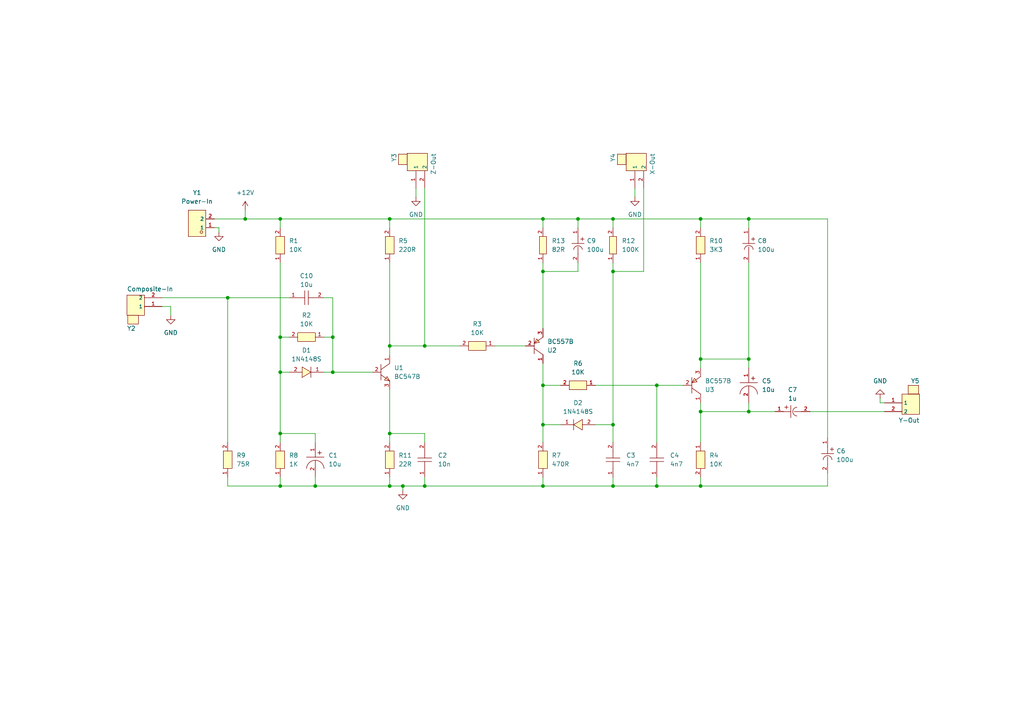
<source format=kicad_sch>
(kicad_sch (version 20230121) (generator eeschema)
  (paper "A4")
  (title_block (title "Composite Video to XYZ converter") (date "2024-03-03") (rev "2") (company "xythobuz.de"))
  (lib_symbols
    (symbol "152EC0410_1" (pin_names hide)
      (property "Reference" "U13" (at -0.0001 7.62 0))
      (property "Value" "152EC0410" (at -0.0001 5.08 0))
      (symbol "152EC0410_1_0_1"
        (polyline (pts (xy -2.5402 0.0002) (xy -0.5082 0.0002)))
        (polyline (pts (xy -2.2862 1.2702) (xy -1.2702 1.2702)))
        (polyline (pts (xy -1.7782 1.7782) (xy -1.7782 0.7622)))
        (polyline (pts (xy -0.5082 1.7782) (xy -0.5082 -1.7779)))
        (polyline (pts (xy 0.5078 0.0002) (xy 2.5398 0.0002)))
        (arc (start 1.27 1.27) (mid 0.0658 0) (end 1.27 -1.27))
        (pin input line (at -5.08 0 0) (length 2.54) (name "1") (number "1"))
        (pin input line (at 5.08 0 180) (length 2.54) (name "2") (number "2"))
      )
    )
    (symbol "jlc:01EC1809SHC10UF50V" (pin_names hide)
      (property "Reference" "C1" (at 1.27 7.62 0))
      (property "Value" "01EC1809SHC10UF50V" (at 1.27 5.08 0))
      (symbol "01EC1809SHC10UF50V_0_1"
        (rectangle (start -2.54 1.27) (end -1.524 1.2446) (fill (type background)))
        (rectangle (start -2.032 1.778) (end -2.0066 0.762) (fill (type background)))
        (polyline (pts (xy -0.762 2.54) (xy -0.762 -2.54)))
        (arc (start 2.54 2.54) (mid 0.1499 0) (end 2.54 -2.54))
        (pin unspecified line (at -5.08 0 0) (length 4.318) (name "1") (number "1"))
        (pin unspecified line (at 5.08 0 180) (length 4.826) (name "2") (number "2"))
      )
    )
    (symbol "jlc:05B472K500PF3C1N0R" (pin_names hide)
      (property "Reference" "C" (at 0 1.27 0))
      (property "Value" "05B472K500PF3C1N0R" (at 0 -2.54 0))
      (symbol "05B472K500PF3C1N0R_0_1"
        (polyline (pts (xy -2.032 0.508) (xy 2.032 0.508)))
        (polyline (pts (xy 0 -0.508) (xy 0 -2.54)))
        (polyline (pts (xy 0 2.54) (xy 0 0.508)))
        (polyline (pts (xy 2.032 -0.508) (xy -2.032 -0.508)))
        (pin unspecified line (at 0 -5.08 90) (length 2.54) (name "1") (number "1"))
        (pin unspecified line (at 0 5.08 270) (length 2.54) (name "2") (number "2"))
      )
    )
    (symbol "jlc:152EC0410" (pin_names hide)
      (property "Reference" "U10" (at -0.0001 7.62 0))
      (property "Value" "152EC0410" (at -0.0001 5.08 0))
      (symbol "152EC0410_0_1"
        (polyline (pts (xy -2.5402 0.0002) (xy -0.5082 0.0002)))
        (polyline (pts (xy -2.2862 1.2702) (xy -1.2702 1.2702)))
        (polyline (pts (xy -1.7782 1.7782) (xy -1.7782 0.7622)))
        (polyline (pts (xy -0.5082 1.7782) (xy -0.5082 -1.7779)))
        (polyline (pts (xy 0.5078 0.0002) (xy 2.5398 0.0002)))
        (arc (start 1.27 1.27) (mid 0.1552 0) (end 1.27 -1.27))
        (pin input line (at -5.08 0 0) (length 2.54) (name "1") (number "1"))
        (pin input line (at 5.08 0 180) (length 2.54) (name "2") (number "2"))
      )
    )
    (symbol "jlc:1N4148S" (pin_names hide)
      (property "Reference" "D" (at 0 1.27 0))
      (property "Value" "1N4148S" (at 0 -2.54 0))
      (symbol "1N4148S_0_1"
        (polyline (pts (xy -1.27 -1.524) (xy -1.27 1.524)))
        (polyline (pts (xy 1.27 1.524) (xy -1.27 0) (xy 1.27 -1.524) (xy 1.27 1.524)) (fill (type background)))
        (pin unspecified line (at -5.08 0 0) (length 3.81) (name "1") (number "1"))
        (pin unspecified line (at 5.08 0 180) (length 3.81) (name "2") (number "2"))
      )
    )
    (symbol "jlc:450BXC1MEFC8X11_5" (pin_names hide)
      (property "Reference" "U14" (at 0 6.35 0))
      (property "Value" "450BXC1MEFC8X11_5" (at 0 3.81 0))
      (symbol "450BXC1MEFC8X11_5_0_1"
        (polyline (pts (xy -2.54 0) (xy -0.508 0)))
        (polyline (pts (xy -2.286 1.27) (xy -1.27 1.27)))
        (polyline (pts (xy -1.778 1.778) (xy -1.778 0.762)))
        (polyline (pts (xy -0.508 1.778) (xy -0.508 -1.778)))
        (polyline (pts (xy 0.508 0) (xy 2.54 0)))
        (arc (start 1.27 1.27) (mid 0.0658 0) (end 1.27 -1.27))
        (pin input line (at -5.08 0 0) (length 2.54) (name "1") (number "1"))
        (pin input line (at 5.08 0 180) (length 2.54) (name "2") (number "2"))
      )
    )
    (symbol "jlc:AV-5"
      (property "Reference" "U5" (at 2.159 -11.43 90))
      (property "Value" "AV-5" (at -0.381 -11.43 90))
      (symbol "AV-5_0_1"
        (rectangle (start -3.302 5.08) (end 2.54 0) (fill (type background)))
        (rectangle (start 2.54 4.826) (end 5.08 1.778) (fill (type background)))
        (pin unspecified line (at 0 -5.08 90) (length 5.08) (name "1") (number "1"))
        (pin unspecified line (at -2.54 -5.08 90) (length 5.08) (name "2") (number "2"))
      )
    )
    (symbol "jlc:BC547B" (pin_names hide)
      (property "Reference" "U" (at 0 1.27 0))
      (property "Value" "BC547B" (at 0 -2.54 0))
      (symbol "BC547B_0_1"
        (polyline (pts (xy -2.54 -0.762) (xy 0 -2.54)))
        (polyline (pts (xy -2.54 2.286) (xy -2.54 -2.286)))
        (polyline (pts (xy 0 2.54) (xy -2.54 0.762)))
        (polyline (pts (xy 0 -2.54) (xy -0.762 -1.27) (xy -1.524 -2.286) (xy 0 -2.54)) (fill (type background)))
        (pin input line (at 0 5.08 270) (length 2.54) (name "C") (number "1"))
        (pin input line (at -5.08 0 0) (length 2.54) (name "B") (number "2"))
        (pin input line (at 0 -5.08 90) (length 2.54) (name "E") (number "3"))
      )
    )
    (symbol "jlc:BC557B_C713617" (pin_names hide)
      (property "Reference" "U" (at 0 1.27 0))
      (property "Value" "BC557B_C713617" (at 0 -2.54 0))
      (symbol "BC557B_C713617_0_1"
        (polyline (pts (xy -2.54 -0.762) (xy 0 -2.54)))
        (polyline (pts (xy -2.54 2.286) (xy -2.54 -2.286)))
        (polyline (pts (xy 0 2.54) (xy -2.54 0.762)))
        (polyline (pts (xy -2.54 -0.762) (xy -1.778 -2.032) (xy -1.016 -1.016) (xy -2.54 -0.762)) (fill (type background)))
        (pin input line (at 0 5.08 270) (length 2.54) (name "C") (number "1"))
        (pin input line (at -5.08 0 0) (length 2.54) (name "B") (number "2"))
        (pin input line (at 0 -5.08 90) (length 2.54) (name "E") (number "3"))
      )
    )
    (symbol "jlc:CD1E106MC9BER2F100" (pin_names hide)
      (property "Reference" "U" (at 0 1.27 0))
      (property "Value" "CD1E106MC9BER2F100" (at 0 -2.54 0))
      (symbol "CD1E106MC9BER2F100_0_1"
        (polyline (pts (xy -0.508 -2.032) (xy -0.508 2.032)))
        (polyline (pts (xy -0.508 0) (xy -2.54 0)))
        (polyline (pts (xy 0.508 2.032) (xy 0.508 -2.032)))
        (polyline (pts (xy 2.54 0) (xy 0.508 0)))
        (pin unspecified line (at -5.08 0 0) (length 2.54) (name "1") (number "1"))
        (pin unspecified line (at 5.08 0 180) (length 2.54) (name "2") (number "2"))
      )
    )
    (symbol "jlc:CD1H103KC94ER1D000" (pin_names hide)
      (property "Reference" "C" (at 0 1.27 0))
      (property "Value" "CD1H103KC94ER1D000" (at 0 -2.54 0))
      (symbol "CD1H103KC94ER1D000_0_1"
        (polyline (pts (xy -0.508 -2.032) (xy -0.508 2.032)))
        (polyline (pts (xy -0.508 0) (xy -2.54 0)))
        (polyline (pts (xy 0.508 2.032) (xy 0.508 -2.032)))
        (polyline (pts (xy 2.54 0) (xy 0.508 0)))
        (pin unspecified line (at -5.08 0 0) (length 2.54) (name "1") (number "1"))
        (pin unspecified line (at 5.08 0 180) (length 2.54) (name "2") (number "2"))
      )
    )
    (symbol "jlc:CR1_4W-75Ω±5%-OT52" (pin_names hide)
      (property "Reference" "R" (at 0 1.27 0))
      (property "Value" "CR1_4W-75Ω±5%-OT52" (at 0 -2.54 0))
      (symbol "CR1_4W-75Ω±5%-OT52_0_1"
        (rectangle (start -2.54 1.27) (end 2.54 -1.27) (fill (type background)))
        (pin unspecified line (at -5.08 0 0) (length 2.54) (name "1") (number "1"))
        (pin unspecified line (at 5.08 0 180) (length 2.54) (name "2") (number "2"))
      )
    )
    (symbol "jlc:MF1_4W-1KΩ±1%T52" (pin_names hide)
      (property "Reference" "R" (at 0 1.27 0))
      (property "Value" "MF1_4W-1KΩ±1%T52" (at 0 -2.54 0))
      (symbol "MF1_4W-1KΩ±1%T52_0_1"
        (rectangle (start -2.54 1.27) (end 2.54 -1.27) (fill (type background)))
        (pin unspecified line (at -5.08 0 0) (length 2.54) (name "1") (number "1"))
        (pin unspecified line (at 5.08 0 180) (length 2.54) (name "2") (number "2"))
      )
    )
    (symbol "jlc:MF1_4W-82Ω±1%_T52" (pin_names hide)
      (property "Reference" "U" (at 0 1.27 0))
      (property "Value" "MF1_4W-82Ω±1%_T52" (at 0 -2.54 0))
      (symbol "MF1_4W-82Ω±1%_T52_0_1"
        (rectangle (start -2.54 1.016) (end 2.54 -1.016) (fill (type background)))
        (pin unspecified line (at -5.08 0 0) (length 2.54) (name "1") (number "1"))
        (pin unspecified line (at 5.08 0 180) (length 2.54) (name "2") (number "2"))
      )
    )
    (symbol "jlc:MFR-25FTE52-100K" (pin_names hide)
      (property "Reference" "U" (at 0 1.27 0))
      (property "Value" "MFR-25FTE52-100K" (at 0 -2.54 0))
      (symbol "MFR-25FTE52-100K_0_1"
        (rectangle (start -2.54 1.016) (end 2.54 -1.016) (fill (type background)))
        (pin unspecified line (at -5.08 0 0) (length 2.54) (name "1") (number "1"))
        (pin unspecified line (at 5.08 0 180) (length 2.54) (name "2") (number "2"))
      )
    )
    (symbol "jlc:RN_1_4W_10K_F_T_B_A1" (pin_names hide)
      (property "Reference" "R" (at 0 1.27 0))
      (property "Value" "RN_1_4W_10K_F_T_B_A1" (at 0 -2.54 0))
      (symbol "RN_1_4W_10K_F_T_B_A1_0_1"
        (rectangle (start -2.54 1.27) (end 2.54 -1.27) (fill (type background)))
        (pin unspecified line (at -5.08 0 0) (length 2.54) (name "1") (number "1"))
        (pin unspecified line (at 5.08 0 180) (length 2.54) (name "2") (number "2"))
      )
    )
    (symbol "jlc:RN_1_4W_220R_F_T_B_A1" (pin_names hide)
      (property "Reference" "R" (at 0 1.27 0))
      (property "Value" "RN_1_4W_220R_F_T_B_A1" (at 0 -2.54 0))
      (symbol "RN_1_4W_220R_F_T_B_A1_0_1"
        (rectangle (start -2.54 1.27) (end 2.54 -1.27) (fill (type background)))
        (pin unspecified line (at -5.08 0 0) (length 2.54) (name "1") (number "1"))
        (pin unspecified line (at 5.08 0 180) (length 2.54) (name "2") (number "2"))
      )
    )
    (symbol "jlc:RN_1_4W_3K3_F_T_B_A1" (pin_names hide)
      (property "Reference" "R" (at 0 1.27 0))
      (property "Value" "RN_1_4W_3K3_F_T_B_A1" (at 0 -2.54 0))
      (symbol "RN_1_4W_3K3_F_T_B_A1_0_1"
        (rectangle (start -2.54 1.27) (end 2.54 -1.27) (fill (type background)))
        (pin unspecified line (at -5.08 0 0) (length 2.54) (name "1") (number "1"))
        (pin unspecified line (at 5.08 0 180) (length 2.54) (name "2") (number "2"))
      )
    )
    (symbol "jlc:RN_1_4W_470R_F_T_B_A1" (pin_names hide)
      (property "Reference" "R" (at 0 1.27 0))
      (property "Value" "RN_1_4W_470R_F_T_B_A1" (at 0 -2.54 0))
      (symbol "RN_1_4W_470R_F_T_B_A1_0_1"
        (rectangle (start -2.54 1.27) (end 2.54 -1.27) (fill (type background)))
        (pin unspecified line (at -5.08 0 0) (length 2.54) (name "1") (number "1"))
        (pin unspecified line (at 5.08 0 180) (length 2.54) (name "2") (number "2"))
      )
    )
    (symbol "jlc:RN_2WS_22R_F_T_B_A1" (pin_names hide)
      (property "Reference" "U" (at 0 1.27 0))
      (property "Value" "RN_2WS_22R_F_T_B_A1" (at 0 -2.54 0))
      (symbol "RN_2WS_22R_F_T_B_A1_0_1"
        (rectangle (start -2.54 1.27) (end 2.54 -1.27) (fill (type background)))
        (pin unspecified line (at -5.08 0 0) (length 2.54) (name "1") (number "1"))
        (pin unspecified line (at 5.08 0 180) (length 2.54) (name "2") (number "2"))
      )
    )
    (symbol "jlc:XY300V-A-5_0-2P"
      (property "Reference" "U" (at 0 1.27 0))
      (property "Value" "XY300V-A-5_0-2P" (at 0 -2.54 0))
      (symbol "XY300V-A-5_0-2P_0_1"
        (rectangle (start -2.54 3.81) (end 2.54 -3.81) (fill (type background)))
        (circle (center -1.27 2.54) (radius 0.381) (fill (type background)))
        (pin unspecified line (at -5.08 1.27 0) (length 2.54) (name "1") (number "1"))
        (pin unspecified line (at -5.08 -1.27 0) (length 2.54) (name "2") (number "2"))
      )
    )
    (symbol "power:+12V" (power) (pin_names (offset 0))
      (property "Value" "+12V" (at 0 3.556 0))
      (symbol "+12V_0_1"
        (polyline (pts (xy -0.762 1.27) (xy 0 2.54)))
        (polyline (pts (xy 0 0) (xy 0 2.54)))
        (polyline (pts (xy 0 2.54) (xy 0.762 1.27)))
      )
      (symbol "+12V_1_1"
        (pin power_in line (at 0 0 90) (length 0) hide (name "+12V") (number "1"))
      )
    )
    (symbol "power:GND" (power) (pin_names (offset 0))
      (property "Value" "GND" (at 0 -3.81 0))
      (symbol "GND_0_1"
        (polyline (pts (xy 0 0) (xy 0 -1.27) (xy 1.27 -1.27) (xy 0 -2.54) (xy -1.27 -1.27) (xy 0 -1.27)))
      )
      (symbol "GND_1_1"
        (pin power_in line (at 0 0 270) (length 0) hide (name "GND") (number "1"))
      )
    )
  )
  (junction (at 157.48 140.97))
  (junction (at 190.5 111.76))
  (junction (at 113.03 100.33))
  (junction (at 217.17 63.5))
  (junction (at 203.2 140.97))
  (junction (at 177.8 78.74))
  (junction (at 123.19 100.33))
  (junction (at 113.03 140.97))
  (junction (at 217.17 119.38))
  (junction (at 81.28 140.97))
  (junction (at 203.2 63.5))
  (junction (at 203.2 119.38))
  (junction (at 190.5 140.97))
  (junction (at 96.52 97.79))
  (junction (at 113.03 125.73))
  (junction (at 81.28 107.95))
  (junction (at 116.84 140.97))
  (junction (at 157.48 63.5))
  (junction (at 66.04 86.36))
  (junction (at 177.8 140.97))
  (junction (at 157.48 78.74))
  (junction (at 71.12 63.5))
  (junction (at 81.28 125.73))
  (junction (at 123.19 140.97))
  (junction (at 157.48 111.76))
  (junction (at 81.28 97.79))
  (junction (at 203.2 104.14))
  (junction (at 96.52 107.95))
  (junction (at 113.03 63.5))
  (junction (at 177.8 63.5))
  (junction (at 177.8 123.19))
  (junction (at 167.64 63.5))
  (junction (at 157.48 123.19))
  (junction (at 91.44 140.97))
  (junction (at 217.17 104.14))
  (junction (at 81.28 63.5))
  (wire (pts (xy 217.17 104.14) (xy 203.2 104.14)))
  (wire (pts (xy 177.8 123.19) (xy 177.8 78.74)))
  (wire (pts (xy 177.8 63.5) (xy 203.2 63.5)))
  (wire (pts (xy 162.56 123.19) (xy 157.48 123.19)))
  (wire (pts (xy 81.28 140.97) (xy 91.44 140.97)))
  (wire (pts (xy 113.03 138.43) (xy 113.03 140.97)))
  (wire (pts (xy 157.48 66.04) (xy 157.48 63.5)))
  (wire (pts (xy 49.53 88.9) (xy 49.53 91.44)))
  (wire (pts (xy 203.2 140.97) (xy 190.5 140.97)))
  (wire (pts (xy 116.84 140.97) (xy 113.03 140.97)))
  (wire (pts (xy 167.64 76.2) (xy 167.64 78.74)))
  (wire (pts (xy 186.69 78.74) (xy 177.8 78.74)))
  (wire (pts (xy 172.72 123.19) (xy 177.8 123.19)))
  (wire (pts (xy 217.17 119.38) (xy 224.79 119.38)))
  (wire (pts (xy 184.15 54.61) (xy 184.15 57.15)))
  (wire (pts (xy 190.5 138.43) (xy 190.5 140.97)))
  (wire (pts (xy 217.17 119.38) (xy 203.2 119.38)))
  (wire (pts (xy 113.03 125.73) (xy 113.03 128.27)))
  (wire (pts (xy 123.19 140.97) (xy 116.84 140.97)))
  (wire (pts (xy 217.17 66.04) (xy 217.17 63.5)))
  (wire (pts (xy 190.5 140.97) (xy 177.8 140.97)))
  (wire (pts (xy 81.28 107.95) (xy 81.28 97.79)))
  (wire (pts (xy 190.5 111.76) (xy 198.12 111.76)))
  (wire (pts (xy 157.48 140.97) (xy 123.19 140.97)))
  (wire (pts (xy 157.48 138.43) (xy 157.48 140.97)))
  (wire (pts (xy 113.03 100.33) (xy 123.19 100.33)))
  (wire (pts (xy 120.65 54.61) (xy 120.65 57.15)))
  (wire (pts (xy 143.51 100.33) (xy 152.4 100.33)))
  (wire (pts (xy 157.48 140.97) (xy 177.8 140.97)))
  (wire (pts (xy 255.27 116.84) (xy 256.54 116.84)))
  (wire (pts (xy 71.12 60.96) (xy 71.12 63.5)))
  (wire (pts (xy 240.03 140.97) (xy 203.2 140.97)))
  (wire (pts (xy 123.19 54.61) (xy 123.19 100.33)))
  (wire (pts (xy 93.98 86.36) (xy 96.52 86.36)))
  (wire (pts (xy 157.48 63.5) (xy 167.64 63.5)))
  (wire (pts (xy 46.99 86.36) (xy 66.04 86.36)))
  (wire (pts (xy 217.17 63.5) (xy 203.2 63.5)))
  (wire (pts (xy 81.28 138.43) (xy 81.28 140.97)))
  (wire (pts (xy 240.03 127) (xy 240.03 63.5)))
  (wire (pts (xy 81.28 63.5) (xy 81.28 66.04)))
  (wire (pts (xy 190.5 111.76) (xy 190.5 128.27)))
  (wire (pts (xy 66.04 138.43) (xy 66.04 140.97)))
  (wire (pts (xy 62.23 63.5) (xy 71.12 63.5)))
  (wire (pts (xy 81.28 107.95) (xy 81.28 125.73)))
  (wire (pts (xy 240.03 137.16) (xy 240.03 140.97)))
  (wire (pts (xy 93.98 107.95) (xy 96.52 107.95)))
  (wire (pts (xy 96.52 107.95) (xy 107.95 107.95)))
  (wire (pts (xy 116.84 140.97) (xy 116.84 142.24)))
  (wire (pts (xy 203.2 76.2) (xy 203.2 104.14)))
  (wire (pts (xy 157.48 105.41) (xy 157.48 111.76)))
  (wire (pts (xy 203.2 138.43) (xy 203.2 140.97)))
  (wire (pts (xy 172.72 111.76) (xy 190.5 111.76)))
  (wire (pts (xy 177.8 63.5) (xy 167.64 63.5)))
  (wire (pts (xy 123.19 128.27) (xy 123.19 125.73)))
  (wire (pts (xy 66.04 86.36) (xy 83.82 86.36)))
  (wire (pts (xy 91.44 138.43) (xy 91.44 140.97)))
  (wire (pts (xy 96.52 107.95) (xy 96.52 97.79)))
  (wire (pts (xy 157.48 111.76) (xy 157.48 123.19)))
  (wire (pts (xy 81.28 76.2) (xy 81.28 97.79)))
  (wire (pts (xy 157.48 78.74) (xy 157.48 95.25)))
  (wire (pts (xy 217.17 116.84) (xy 217.17 119.38)))
  (wire (pts (xy 62.23 66.04) (xy 63.5 66.04)))
  (wire (pts (xy 113.03 100.33) (xy 113.03 102.87)))
  (wire (pts (xy 157.48 76.2) (xy 157.48 78.74)))
  (wire (pts (xy 96.52 97.79) (xy 93.98 97.79)))
  (wire (pts (xy 96.52 86.36) (xy 96.52 97.79)))
  (wire (pts (xy 71.12 63.5) (xy 81.28 63.5)))
  (wire (pts (xy 81.28 63.5) (xy 113.03 63.5)))
  (wire (pts (xy 91.44 128.27) (xy 91.44 125.73)))
  (wire (pts (xy 46.99 88.9) (xy 49.53 88.9)))
  (wire (pts (xy 157.48 111.76) (xy 162.56 111.76)))
  (wire (pts (xy 66.04 140.97) (xy 81.28 140.97)))
  (wire (pts (xy 234.95 119.38) (xy 256.54 119.38)))
  (wire (pts (xy 66.04 86.36) (xy 66.04 128.27)))
  (wire (pts (xy 81.28 125.73) (xy 81.28 128.27)))
  (wire (pts (xy 91.44 140.97) (xy 113.03 140.97)))
  (wire (pts (xy 203.2 119.38) (xy 203.2 128.27)))
  (wire (pts (xy 177.8 66.04) (xy 177.8 63.5)))
  (wire (pts (xy 177.8 78.74) (xy 177.8 76.2)))
  (wire (pts (xy 113.03 63.5) (xy 113.03 66.04)))
  (wire (pts (xy 203.2 116.84) (xy 203.2 119.38)))
  (wire (pts (xy 217.17 106.68) (xy 217.17 104.14)))
  (wire (pts (xy 255.27 116.84) (xy 255.27 115.57)))
  (wire (pts (xy 240.03 63.5) (xy 217.17 63.5)))
  (wire (pts (xy 113.03 113.03) (xy 113.03 125.73)))
  (wire (pts (xy 81.28 97.79) (xy 83.82 97.79)))
  (wire (pts (xy 83.82 107.95) (xy 81.28 107.95)))
  (wire (pts (xy 91.44 125.73) (xy 81.28 125.73)))
  (wire (pts (xy 203.2 104.14) (xy 203.2 106.68)))
  (wire (pts (xy 167.64 66.04) (xy 167.64 63.5)))
  (wire (pts (xy 123.19 125.73) (xy 113.03 125.73)))
  (wire (pts (xy 203.2 66.04) (xy 203.2 63.5)))
  (wire (pts (xy 217.17 76.2) (xy 217.17 104.14)))
  (wire (pts (xy 123.19 100.33) (xy 133.35 100.33)))
  (wire (pts (xy 177.8 138.43) (xy 177.8 140.97)))
  (wire (pts (xy 63.5 67.31) (xy 63.5 66.04)))
  (wire (pts (xy 186.69 54.61) (xy 186.69 78.74)))
  (wire (pts (xy 177.8 123.19) (xy 177.8 128.27)))
  (wire (pts (xy 157.48 63.5) (xy 113.03 63.5)))
  (wire (pts (xy 123.19 138.43) (xy 123.19 140.97)))
  (wire (pts (xy 113.03 76.2) (xy 113.03 100.33)))
  (wire (pts (xy 157.48 78.74) (xy 167.64 78.74)))
  (wire (pts (xy 157.48 128.27) (xy 157.48 123.19)))
  (symbol (lib_id "power:GND") (at 120.65 57.15 0) (unit 1)
    (property "Reference" "#PWR01" (effects hide))
    (property "Value" "GND" (at 120.65 62.23 0))
  )
  (symbol (lib_id "jlc:RN_1_4W_10K_F_T_B_A1") (at 88.9 97.79 180) (unit 1)
    (property "Reference" "R2" (at 88.9 91.44 0))
    (property "Value" "10K" (at 88.9 93.98 0))
    (property "Footprint" "jlc_footprints:RES-TH_BD2.4-L6.3-P10.30-D0.6" (effects hide))
    (property "Datasheet" "https://item.szlcsc.com/184395.html" (effects hide))
    (property "LCSC" "C410695" (effects hide))
  )
  (symbol (lib_id "jlc:1N4148S") (at 88.9 107.95 180) (unit 1)
    (property "Reference" "D1" (at 88.9 101.6 0))
    (property "Value" "1N4148S" (at 88.9 104.14 0))
    (property "Footprint" "jlc_footprints:DO-34_BD1.6-L3.0-P7.00-D0.6-RD" (effects hide))
    (property "Datasheet" "https://item.szlcsc.com/145611.html" (effects hide))
    (property "LCSC" "C179555" (effects hide))
  )
  (symbol (lib_id "power:GND") (at 184.15 57.15 0) (unit 1)
    (property "Reference" "#PWR04" (effects hide))
    (property "Value" "GND" (at 184.15 62.23 0))
  )
  (symbol (lib_id "jlc:1N4148S") (at 167.64 123.19 0) (unit 1)
    (property "Reference" "D2" (at 167.64 116.84 0))
    (property "Value" "1N4148S" (at 167.64 119.38 0))
    (property "Footprint" "jlc_footprints:DO-34_BD1.6-L3.0-P7.00-D0.6-RD" (effects hide))
    (property "Datasheet" "https://item.szlcsc.com/145611.html" (effects hide))
    (property "LCSC" "C179555" (effects hide))
  )
  (symbol (lib_id "jlc:01EC1809SHC10UF50V") (at 217.17 111.76 270) (unit 1)
    (property "Reference" "C5" (at 220.98 110.49 90) (effects (justify left)))
    (property "Value" "10u" (at 220.98 113.03 90) (effects (justify left)))
    (property "Footprint" "jlc_footprints:CAP-TH_BD5.0-P2.00-D0.8-FD" (effects hide))
    (property "Datasheet" "https://item.szlcsc.com/44805.html" (effects hide))
    (property "LCSC" "C503219" (effects hide))
  )
  (symbol (lib_id "jlc:RN_1_4W_10K_F_T_B_A1") (at 167.64 111.76 180) (unit 1)
    (property "Reference" "R6" (at 167.64 105.41 0))
    (property "Value" "10K" (at 167.64 107.95 0))
    (property "Footprint" "jlc_footprints:RES-TH_BD2.4-L6.3-P10.30-D0.6" (effects hide))
    (property "Datasheet" "https://item.szlcsc.com/184395.html" (effects hide))
    (property "LCSC" "C410695" (effects hide))
  )
  (symbol (lib_id "jlc:AV-5") (at 41.91 88.9 90) (mirror x) (unit 1)
    (property "Reference" "Y2" (at 36.83 95.25 90) (effects (justify right)))
    (property "Value" "Composite-In" (at 36.83 83.82 90) (effects (justify right)))
    (property "Footprint" "jlc_footprints:CONN-TH_AV-5" (effects hide))
    (property "Datasheet" "https://item.szlcsc.com/18768.html" (effects hide))
    (property "LCSC" "C18080" (effects hide))
  )
  (symbol (lib_id "jlc:AV-5") (at 120.65 49.53 0) (mirror y) (unit 1)
    (property "Reference" "Y3" (at 114.3 44.45 90) (effects (justify right)))
    (property "Value" "Z-Out" (at 125.73 44.45 90) (effects (justify right)))
    (property "Footprint" "jlc_footprints:CONN-TH_AV-5" (effects hide))
    (property "Datasheet" "https://item.szlcsc.com/18768.html" (effects hide))
    (property "LCSC" "C18080" (effects hide))
  )
  (symbol (lib_id "jlc:RN_1_4W_10K_F_T_B_A1") (at 81.28 71.12 90) (unit 1)
    (property "Reference" "R1" (at 83.82 69.85 90) (effects (justify right)))
    (property "Value" "10K" (at 83.82 72.39 90) (effects (justify right)))
    (property "Footprint" "jlc_footprints:RES-TH_BD2.4-L6.3-P10.30-D0.6" (effects hide))
    (property "Datasheet" "https://item.szlcsc.com/184395.html" (effects hide))
    (property "LCSC" "C410695" (effects hide))
  )
  (symbol (lib_id "jlc:XY300V-A-5_0-2P") (at 57.15 64.77 180) (unit 1)
    (property "Reference" "Y1" (at 57.15 55.88 0))
    (property "Value" "Power-In" (at 57.15 58.42 0))
    (property "Footprint" "jlc_footprints:CONN-TH_XY300V-A-5.0-2P" (effects hide))
    (property "Datasheet" "https://atta.szlcsc.com/upload/public/pdf/source/20200527/C557648_4A2FA4132AA24EE423B62B1474E9B5BB.pdf" (effects hide))
    (property "LCSC" "C557648" (effects hide))
  )
  (symbol (lib_id "jlc:CR1_4W-75Ω±5%-OT52") (at 66.04 133.35 90) (unit 1)
    (property "Reference" "R9" (at 68.58 132.08 90) (effects (justify right)))
    (property "Value" "75R" (at 68.58 134.62 90) (effects (justify right)))
    (property "Footprint" "jlc_footprints:RES-TH_BD2.7-L6.2-P10.20-D0.4" (effects hide))
    (property "Datasheet" "https://item.szlcsc.com/486756.html" (effects hide))
    (property "LCSC" "C2896897" (effects hide))
  )
  (symbol (lib_id "jlc:RN_1_4W_10K_F_T_B_A1") (at 203.2 133.35 270) (unit 1)
    (property "Reference" "R4" (at 205.74 132.08 90) (effects (justify left)))
    (property "Value" "10K" (at 205.74 134.62 90) (effects (justify left)))
    (property "Footprint" "jlc_footprints:RES-TH_BD2.4-L6.3-P10.30-D0.6" (effects hide))
    (property "Datasheet" "https://item.szlcsc.com/184395.html" (effects hide))
    (property "LCSC" "C410695" (effects hide))
  )
  (symbol (lib_id "jlc:CD1E106MC9BER2F100") (at 88.9 86.36 0) (unit 1)
    (property "Reference" "C10" (at 88.9 80.01 0))
    (property "Value" "10u" (at 88.9 82.55 0))
    (property "Footprint" "jlc_footprints:CAP-TH_L5.5-W3.8-P3.50-D0.6" (effects hide))
    (property "Datasheet" "https://atta.szlcsc.com/upload/public/pdf/source/20210512/C2761762_7AEAEBBE16673951158B42993B4AFA88.pdf" (effects hide))
    (property "LCSC" "C2761733" (effects hide))
  )
  (symbol (lib_id "jlc:RN_1_4W_470R_F_T_B_A1") (at 157.48 133.35 90) (unit 1)
    (property "Reference" "R7" (at 160.02 132.08 90) (effects (justify right)))
    (property "Value" "470R" (at 160.02 134.62 90) (effects (justify right)))
    (property "Footprint" "jlc_footprints:RES-TH_BD2.4-L6.3-P10.30-D0.6" (effects hide))
    (property "Datasheet" "https://item.szlcsc.com/184395.html" (effects hide))
    (property "LCSC" "C410615" (effects hide))
  )
  (symbol (lib_name "152EC0410_1") (lib_id "jlc:152EC0410") (at 240.03 132.08 270) (unit 1)
    (property "Reference" "C6" (at 242.57 130.8099 90) (effects (justify left)))
    (property "Value" "100u" (at 242.57 133.3499 90) (effects (justify left)))
    (property "Footprint" "jlc_footprints:CAP-TH_BD6.3-P2.50-D0.6-FD" (effects hide))
    (property "Datasheet" "https://atta.szlcsc.com/upload/public/pdf/source/20200309/C494514_9F3A4DA017A0C8951531EE171572BF22.pdf" (effects hide))
    (property "LCSC" "C6718390" (effects hide))
  )
  (symbol (lib_id "jlc:450BXC1MEFC8X11_5") (at 229.87 119.38 0) (unit 1)
    (property "Reference" "C7" (at 229.87 113.03 0))
    (property "Value" "1u" (at 229.87 115.57 0))
    (property "Footprint" "jlc_footprints:CAP-TH_BD8.0-P3.50-D0.6-FD_1" (effects hide))
    (property "Datasheet" "https://atta.szlcsc.com/upload/public/pdf/source/20180416/C191234_733C5C0149568155CE2C084CF497C985.pdf" (effects hide))
    (property "LCSC" "C1651069" (effects hide))
  )
  (symbol (lib_name "152EC0410_1") (lib_id "jlc:152EC0410") (at 217.17 71.12 270) (unit 1)
    (property "Reference" "C8" (at 219.71 69.8499 90) (effects (justify left)))
    (property "Value" "100u" (at 219.71 72.3899 90) (effects (justify left)))
    (property "Footprint" "jlc_footprints:CAP-TH_BD6.3-P2.50-D0.6-FD" (effects hide))
    (property "Datasheet" "https://atta.szlcsc.com/upload/public/pdf/source/20200309/C494514_9F3A4DA017A0C8951531EE171572BF22.pdf" (effects hide))
    (property "LCSC" "C6718390" (effects hide))
  )
  (symbol (lib_id "jlc:RN_1_4W_10K_F_T_B_A1") (at 138.43 100.33 180) (unit 1)
    (property "Reference" "R3" (at 138.43 93.98 0))
    (property "Value" "10K" (at 138.43 96.52 0))
    (property "Footprint" "jlc_footprints:RES-TH_BD2.4-L6.3-P10.30-D0.6" (effects hide))
    (property "Datasheet" "https://item.szlcsc.com/184395.html" (effects hide))
    (property "LCSC" "C410695" (effects hide))
  )
  (symbol (lib_id "power:GND") (at 49.53 91.44 0) (unit 1)
    (property "Reference" "#PWR03" (effects hide))
    (property "Value" "GND" (at 49.53 96.52 0))
  )
  (symbol (lib_id "jlc:MF1_4W-1KΩ±1%T52") (at 81.28 133.35 90) (unit 1)
    (property "Reference" "R8" (at 83.82 132.08 90) (effects (justify right)))
    (property "Value" "1K" (at 83.82 134.62 90) (effects (justify right)))
    (property "Footprint" "jlc_footprints:RES-TH_BD2.3-L6.5-P10.50-D0.5" (effects hide))
    (property "Datasheet" "https://item.szlcsc.com/123457.html" (effects hide))
    (property "LCSC" "C713997" (effects hide))
  )
  (symbol (lib_id "jlc:01EC1809SHC10UF50V") (at 91.44 133.35 270) (unit 1)
    (property "Reference" "C1" (at 95.25 132.08 90) (effects (justify left)))
    (property "Value" "10u" (at 95.25 134.62 90) (effects (justify left)))
    (property "Footprint" "jlc_footprints:CAP-TH_BD5.0-P2.00-D0.8-FD" (effects hide))
    (property "Datasheet" "https://item.szlcsc.com/44805.html" (effects hide))
    (property "LCSC" "C503219" (effects hide))
  )
  (symbol (lib_id "jlc:05B472K500PF3C1N0R") (at 177.8 133.35 0) (unit 1)
    (property "Reference" "C3" (at 181.61 132.08 0) (effects (justify left)))
    (property "Value" "4n7" (at 181.61 134.62 0) (effects (justify left)))
    (property "Footprint" "jlc_footprints:CAP-TH_L4.2-W3.8-P5.08-D0.6" (effects hide))
    (property "Datasheet" "https://item.szlcsc.com/297366.html" (effects hide))
    (property "LCSC" "C409817" (effects hide))
  )
  (symbol (lib_id "jlc:BC557B_C713617") (at 157.48 100.33 0) (mirror x) (unit 1)
    (property "Reference" "U2" (at 158.75 101.6 0) (effects (justify left)))
    (property "Value" "BC557B" (at 158.75 99.06 0) (effects (justify left)))
    (property "Footprint" "jlc_footprints:TO-92-3_L4.9-W3.7-P1.27-L" (effects hide))
    (property "Datasheet" "https://atta.szlcsc.com/upload/public/pdf/source/20180629/C233232_99576441F8ED8E9074FB1575A6BE3592.PDF" (effects hide))
    (property "LCSC" "C713617" (effects hide))
  )
  (symbol (lib_id "jlc:152EC0410") (at 167.64 71.12 270) (unit 1)
    (property "Reference" "C9" (at 170.18 69.8499 90) (effects (justify left)))
    (property "Value" "100u" (at 170.18 72.3899 90) (effects (justify left)))
    (property "Footprint" "jlc_footprints:CAP-TH_BD6.3-P2.50-D0.6-FD" (effects hide))
    (property "Datasheet" "https://atta.szlcsc.com/upload/public/pdf/source/20200309/C494514_9F3A4DA017A0C8951531EE171572BF22.pdf" (effects hide))
    (property "LCSC" "C6718390" (effects hide))
  )
  (symbol (lib_id "jlc:MF1_4W-82Ω±1%_T52") (at 157.48 71.12 90) (unit 1)
    (property "Reference" "R13" (at 160.02 69.85 90) (effects (justify right)))
    (property "Value" "82R" (at 160.02 72.39 90) (effects (justify right)))
    (property "Footprint" "jlc_footprints:RES-TH_BD2.2-L6.5-P10.50-D0.6" (effects hide))
    (property "Datasheet" "https://item.szlcsc.com/59661.html" (effects hide))
    (property "LCSC" "C119302" (effects hide))
  )
  (symbol (lib_id "jlc:BC557B_C713617") (at 203.2 111.76 0) (mirror x) (unit 1)
    (property "Reference" "U3" (at 204.47 113.03 0) (effects (justify left)))
    (property "Value" "BC557B" (at 204.47 110.49 0) (effects (justify left)))
    (property "Footprint" "jlc_footprints:TO-92-3_L4.9-W3.7-P1.27-L" (effects hide))
    (property "Datasheet" "https://atta.szlcsc.com/upload/public/pdf/source/20180629/C233232_99576441F8ED8E9074FB1575A6BE3592.PDF" (effects hide))
    (property "LCSC" "C713617" (effects hide))
  )
  (symbol (lib_id "jlc:05B472K500PF3C1N0R") (at 190.5 133.35 0) (unit 1)
    (property "Reference" "C4" (at 194.31 132.08 0) (effects (justify left)))
    (property "Value" "4n7" (at 194.31 134.62 0) (effects (justify left)))
    (property "Footprint" "jlc_footprints:CAP-TH_L4.2-W3.8-P5.08-D0.6" (effects hide))
    (property "Datasheet" "https://item.szlcsc.com/297366.html" (effects hide))
    (property "LCSC" "C409817" (effects hide))
  )
  (symbol (lib_id "jlc:RN_1_4W_3K3_F_T_B_A1") (at 203.2 71.12 90) (unit 1)
    (property "Reference" "R10" (at 205.74 69.85 90) (effects (justify right)))
    (property "Value" "3K3" (at 205.74 72.39 90) (effects (justify right)))
    (property "Footprint" "jlc_footprints:RES-TH_BD2.4-L6.3-P10.30-D0.6" (effects hide))
    (property "Datasheet" "https://item.szlcsc.com/184395.html" (effects hide))
    (property "LCSC" "C410631" (effects hide))
  )
  (symbol (lib_id "jlc:AV-5") (at 261.62 116.84 270) (mirror x) (unit 1)
    (property "Reference" "Y5" (at 266.7 110.49 90) (effects (justify right)))
    (property "Value" "Y-Out" (at 266.7 121.92 90) (effects (justify right)))
    (property "Footprint" "jlc_footprints:CONN-TH_AV-5" (effects hide))
    (property "Datasheet" "https://item.szlcsc.com/18768.html" (effects hide))
    (property "LCSC" "C18080" (effects hide))
  )
  (symbol (lib_id "jlc:AV-5") (at 184.15 49.53 0) (mirror y) (unit 1)
    (property "Reference" "Y4" (at 177.8 44.45 90) (effects (justify right)))
    (property "Value" "X-Out" (at 189.23 44.45 90) (effects (justify right)))
    (property "Footprint" "jlc_footprints:CONN-TH_AV-5" (effects hide))
    (property "Datasheet" "https://item.szlcsc.com/18768.html" (effects hide))
    (property "LCSC" "C18080" (effects hide))
  )
  (symbol (lib_id "jlc:CD1H103KC94ER1D000") (at 123.19 133.35 90) (unit 1)
    (property "Reference" "C2" (at 127 132.08 90) (effects (justify right)))
    (property "Value" "10n" (at 127 134.62 90) (effects (justify right)))
    (property "Footprint" "jlc_footprints:CAP-TH_L4.2-W3.8-P5.08-D0.6" (effects hide))
    (property "Datasheet" "https://item.szlcsc.com/297366.html" (effects hide))
    (property "LCSC" "C263180" (effects hide))
  )
  (symbol (lib_id "jlc:RN_2WS_22R_F_T_B_A1") (at 113.03 133.35 90) (unit 1)
    (property "Reference" "R11" (at 115.57 132.08 90) (effects (justify right)))
    (property "Value" "22R" (at 115.57 134.62 90) (effects (justify right)))
    (property "Footprint" "jlc_footprints:RES-TH_BD4.5-L11.0-P15.00-D0.8" (effects hide))
    (property "Datasheet" "https://item.szlcsc.com/290324.html" (effects hide))
    (property "LCSC" "C433604" (effects hide))
  )
  (symbol (lib_id "power:GND") (at 255.27 115.57 180) (unit 1)
    (property "Reference" "#PWR05" (effects hide))
    (property "Value" "GND" (at 255.27 110.49 0))
  )
  (symbol (lib_id "jlc:BC547B") (at 113.03 107.95 0) (unit 1)
    (property "Reference" "U1" (at 114.3 106.68 0) (effects (justify left)))
    (property "Value" "BC547B" (at 114.3 109.22 0) (effects (justify left)))
    (property "Footprint" "jlc_footprints:TO-92-3_L4.9-W3.7-P1.27-L" (effects hide))
    (property "Datasheet" "https://atta.szlcsc.com/upload/public/pdf/source/20180629/C233232_99576441F8ED8E9074FB1575A6BE3592.PDF" (effects hide))
    (property "LCSC" "C713613" (effects hide))
  )
  (symbol (lib_id "power:GND") (at 63.5 67.31 0) (unit 1)
    (property "Reference" "#PWR06" (effects hide))
    (property "Value" "GND" (at 63.5 72.39 0))
  )
  (symbol (lib_id "jlc:RN_1_4W_220R_F_T_B_A1") (at 113.03 71.12 90) (unit 1)
    (property "Reference" "R5" (at 115.57 69.85 90) (effects (justify right)))
    (property "Value" "220R" (at 115.57 72.39 90) (effects (justify right)))
    (property "Footprint" "jlc_footprints:RES-TH_BD2.4-L6.3-P10.30-D0.6" (effects hide))
    (property "Datasheet" "https://item.szlcsc.com/184395.html" (effects hide))
    (property "LCSC" "C410657" (effects hide))
  )
  (symbol (lib_id "power:GND") (at 116.84 142.24 0) (unit 1)
    (property "Reference" "#PWR02" (effects hide))
    (property "Value" "GND" (at 116.84 147.32 0))
  )
  (symbol (lib_id "power:+12V") (at 71.12 60.96 0) (unit 1)
    (property "Reference" "#PWR07" (effects hide))
    (property "Value" "+12V" (at 71.12 55.88 0))
  )
  (symbol (lib_id "jlc:MFR-25FTE52-100K") (at 177.8 71.12 90) (unit 1)
    (property "Reference" "R12" (at 180.34 69.85 90) (effects (justify right)))
    (property "Value" "100K" (at 180.34 72.39 90) (effects (justify right)))
    (property "Footprint" "jlc_footprints:RES-TH_BD2.2-L6.5-P10.50-D0.6" (effects hide))
    (property "Datasheet" "https://item.szlcsc.com/59661.html" (effects hide))
    (property "LCSC" "C172965" (effects hide))
  )
)
</source>
